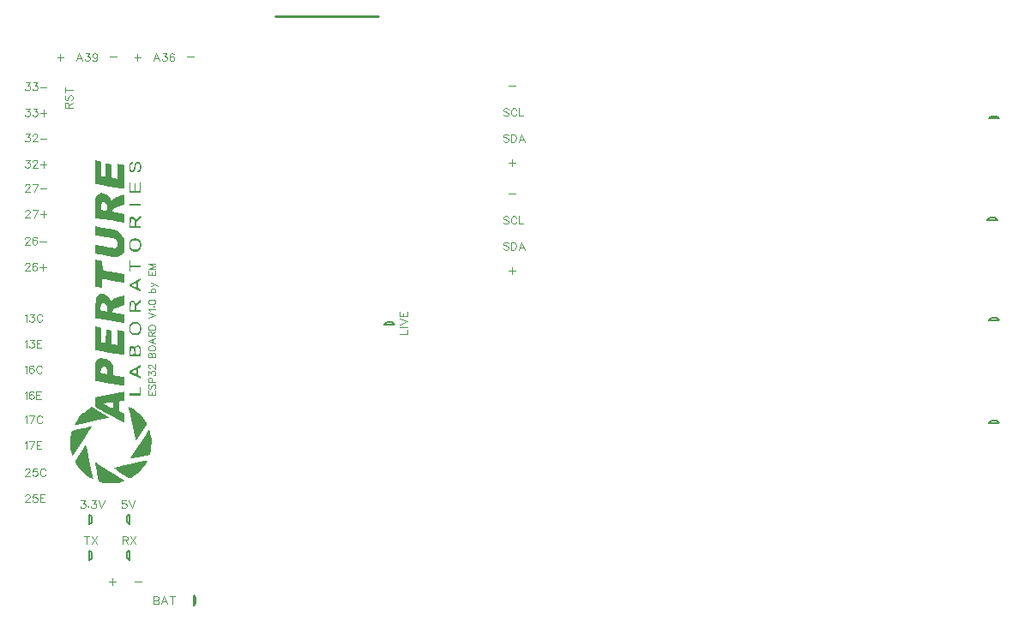
<source format=gto>
G04 Layer: TopSilkscreenLayer*
G04 EasyEDA v6.5.39, 2024-01-10 14:41:16*
G04 52a2ae1d1fff4fd0b89a8512cd0fdb0d,3d9c8b04885e45b7839bd8e85c0fd600,10*
G04 Gerber Generator version 0.2*
G04 Scale: 100 percent, Rotated: No, Reflected: No *
G04 Dimensions in millimeters *
G04 leading zeros omitted , absolute positions ,4 integer and 5 decimal *
%FSLAX45Y45*%
%MOMM*%

%ADD10C,0.1000*%
%ADD11C,0.1501*%
%ADD12C,0.2540*%

%LPD*%
G36*
X-3088741Y464616D02*
G01*
X-3088741Y233273D01*
X-3080918Y230733D01*
X-3069894Y228447D01*
X-3022600Y219862D01*
X-2956153Y208330D01*
X-2887675Y196799D01*
X-2834233Y188163D01*
X-2814320Y185318D01*
X-2804160Y185267D01*
X-2804160Y416407D01*
X-2816250Y420878D01*
X-2822549Y422808D01*
X-2830728Y424942D01*
X-2839720Y426872D01*
X-2848457Y428447D01*
X-2868625Y431596D01*
X-2868625Y280720D01*
X-2897327Y285902D01*
X-2913024Y289255D01*
X-2927654Y293370D01*
X-2927654Y426008D01*
X-2953004Y431393D01*
X-2963164Y433324D01*
X-2972104Y434492D01*
X-2978912Y434797D01*
X-2982518Y434238D01*
X-2986735Y431596D01*
X-2986735Y303377D01*
X-2996133Y303479D01*
X-3000756Y303733D01*
X-3006293Y304444D01*
X-3012186Y305511D01*
X-3017621Y306781D01*
X-3029661Y310032D01*
X-3029661Y454050D01*
X-3036417Y456133D01*
X-3040786Y457200D01*
X-3056534Y459993D01*
G37*
G36*
X-2685796Y453745D02*
G01*
X-2693822Y438200D01*
X-2697226Y430428D01*
X-2700528Y420776D01*
X-2703372Y410464D01*
X-2705354Y400710D01*
X-2708859Y378764D01*
X-2723642Y366522D01*
X-2739745Y379882D01*
X-2739745Y421436D01*
X-2718257Y434848D01*
X-2718257Y448360D01*
X-2724962Y448259D01*
X-2729026Y447903D01*
X-2732836Y446785D01*
X-2736291Y445008D01*
X-2739542Y442518D01*
X-2742539Y439318D01*
X-2745282Y435305D01*
X-2747822Y430580D01*
X-2750159Y425094D01*
X-2752598Y417880D01*
X-2754274Y410972D01*
X-2755188Y404266D01*
X-2755290Y397662D01*
X-2754630Y390956D01*
X-2753156Y384048D01*
X-2750921Y376834D01*
X-2747873Y369163D01*
X-2740253Y351739D01*
X-2707894Y351739D01*
X-2701340Y363778D01*
X-2698343Y370586D01*
X-2694940Y380085D01*
X-2691638Y391109D01*
X-2688793Y402336D01*
X-2682748Y428802D01*
X-2663952Y440283D01*
X-2648458Y419455D01*
X-2648458Y383438D01*
X-2661920Y370027D01*
X-2667101Y364388D01*
X-2671368Y359054D01*
X-2674264Y354533D01*
X-2675331Y351485D01*
X-2675331Y346354D01*
X-2668270Y346354D01*
X-2664815Y346913D01*
X-2660548Y348386D01*
X-2656078Y350520D01*
X-2651861Y353212D01*
X-2642514Y360070D01*
X-2632659Y403860D01*
X-2637637Y421233D01*
X-2640076Y428599D01*
X-2643022Y435762D01*
X-2646070Y441909D01*
X-2648915Y446176D01*
X-2655163Y453745D01*
G37*
G36*
X-2648458Y249682D02*
G01*
X-2648458Y163779D01*
X-2691434Y163779D01*
X-2691434Y238963D01*
X-2702153Y238963D01*
X-2702153Y163779D01*
X-2739745Y163779D01*
X-2739745Y244348D01*
X-2750464Y244348D01*
X-2750464Y142341D01*
X-2637739Y142341D01*
X-2637739Y249682D01*
G37*
G36*
X-3035046Y143357D02*
G01*
X-3075330Y122580D01*
X-3088132Y85953D01*
X-3088481Y-23215D01*
X-3035046Y-23215D01*
X-3034893Y21488D01*
X-3021380Y48361D01*
X-2998724Y51612D01*
X-2976016Y22758D01*
X-2976168Y-17221D01*
X-2976727Y-26416D01*
X-2977489Y-32613D01*
X-2978404Y-34848D01*
X-2988106Y-33172D01*
X-3035046Y-23215D01*
X-3088481Y-23215D01*
X-3088741Y-104648D01*
X-3081070Y-104800D01*
X-3069691Y-106426D01*
X-3017774Y-114909D01*
X-2931718Y-129590D01*
X-2861005Y-141224D01*
X-2835503Y-145135D01*
X-2819654Y-147269D01*
X-2816047Y-147574D01*
X-2803753Y-147624D01*
X-2806852Y-64414D01*
X-2922320Y-43891D01*
X-2922320Y-24892D01*
X-2914345Y-16916D01*
X-2912211Y-15138D01*
X-2905506Y-10871D01*
X-2896463Y-6146D01*
X-2886100Y-1574D01*
X-2806852Y28244D01*
X-2805023Y78587D01*
X-2804871Y94589D01*
X-2805125Y107746D01*
X-2805887Y116535D01*
X-2806344Y118770D01*
X-2809036Y125730D01*
X-2854350Y110286D01*
X-2869692Y104698D01*
X-2882849Y99415D01*
X-2894025Y94437D01*
X-2903321Y89560D01*
X-2910992Y84785D01*
X-2917088Y80010D01*
X-2919628Y77622D01*
X-2921812Y75184D01*
X-2931109Y62128D01*
X-2949702Y104241D01*
X-2980740Y130352D01*
G37*
G36*
X-2750464Y34950D02*
G01*
X-2750464Y18846D01*
X-2637739Y18846D01*
X-2637739Y34950D01*
G37*
G36*
X-2640431Y-82092D02*
G01*
X-2691434Y-127050D01*
X-2691434Y-119380D01*
X-2692196Y-115671D01*
X-2694330Y-111353D01*
X-2697429Y-106883D01*
X-2701239Y-102819D01*
X-2711043Y-93929D01*
X-2739390Y-93929D01*
X-2750464Y-114706D01*
X-2750464Y-185216D01*
X-2740253Y-185216D01*
X-2737053Y-119227D01*
X-2717647Y-107340D01*
X-2702153Y-128219D01*
X-2702153Y-185216D01*
X-2750464Y-185216D01*
X-2750464Y-201320D01*
X-2637739Y-201320D01*
X-2637739Y-185216D01*
X-2686050Y-185216D01*
X-2686050Y-143357D01*
X-2636520Y-101549D01*
G37*
G36*
X-3088741Y-184454D02*
G01*
X-3088741Y-271424D01*
X-3080410Y-274320D01*
X-3061106Y-278180D01*
X-3026613Y-284378D01*
X-2986481Y-291236D01*
X-2954680Y-297027D01*
X-2927197Y-302514D01*
X-2907334Y-307086D01*
X-2901188Y-308813D01*
X-2884220Y-315569D01*
X-2868625Y-345744D01*
X-2868625Y-378510D01*
X-2891332Y-401218D01*
X-2929229Y-396951D01*
X-2955594Y-393141D01*
X-2987446Y-387858D01*
X-3018282Y-382117D01*
X-3046171Y-377190D01*
X-3067761Y-373989D01*
X-3074517Y-373227D01*
X-3088741Y-373126D01*
X-3088741Y-459028D01*
X-3080461Y-459181D01*
X-3062224Y-461873D01*
X-3029864Y-467258D01*
X-2925013Y-485698D01*
X-2868269Y-485901D01*
X-2832608Y-470966D01*
X-2806852Y-434848D01*
X-2806852Y-306019D01*
X-2818333Y-285394D01*
X-2824276Y-276707D01*
X-2831490Y-267411D01*
X-2839161Y-258571D01*
X-2860446Y-237134D01*
X-2903524Y-218389D01*
X-3011830Y-199898D01*
X-3064814Y-190296D01*
X-3077972Y-187604D01*
G37*
G36*
X-2703372Y-301904D02*
G01*
X-2740355Y-319532D01*
X-2755849Y-356666D01*
X-2755646Y-371602D01*
X-2754985Y-378764D01*
X-2753309Y-387197D01*
X-2751820Y-392582D01*
X-2739745Y-392582D01*
X-2739745Y-349656D01*
X-2716428Y-324815D01*
X-2670708Y-324815D01*
X-2648458Y-353110D01*
X-2648458Y-387807D01*
X-2670708Y-416102D01*
X-2717850Y-416102D01*
X-2739745Y-392582D01*
X-2751820Y-392582D01*
X-2750921Y-395833D01*
X-2747975Y-403656D01*
X-2740558Y-420776D01*
X-2708046Y-437540D01*
X-2676144Y-437540D01*
X-2643327Y-409905D01*
X-2632608Y-370078D01*
X-2643632Y-330098D01*
X-2666441Y-308813D01*
G37*
G36*
X-3088741Y-518769D02*
G01*
X-3088741Y-784504D01*
X-3056382Y-789838D01*
X-3043631Y-791718D01*
X-3032810Y-792886D01*
X-3025038Y-793242D01*
X-3021482Y-792683D01*
X-3020974Y-791311D01*
X-3020060Y-784047D01*
X-3019399Y-771956D01*
X-3018993Y-756513D01*
X-3018942Y-705815D01*
X-3005175Y-709066D01*
X-2990138Y-712012D01*
X-2922473Y-724154D01*
X-2813202Y-743153D01*
X-2804160Y-737616D01*
X-2804160Y-658469D01*
X-2843631Y-650748D01*
X-2890926Y-642264D01*
X-2951175Y-631850D01*
X-3001416Y-622858D01*
X-3018536Y-619353D01*
X-3021634Y-532282D01*
X-3041853Y-527100D01*
X-3059734Y-523493D01*
G37*
G36*
X-2750464Y-523443D02*
G01*
X-2750464Y-636219D01*
X-2739745Y-636219D01*
X-2739745Y-587908D01*
X-2637739Y-587908D01*
X-2637739Y-571804D01*
X-2739745Y-571804D01*
X-2739745Y-523443D01*
G37*
G36*
X-2637739Y-700684D02*
G01*
X-2750464Y-756767D01*
X-2750464Y-765962D01*
X-2731668Y-765962D01*
X-2728976Y-764235D01*
X-2716174Y-757732D01*
X-2686050Y-744118D01*
X-2686050Y-786536D01*
X-2691231Y-786536D01*
X-2695498Y-785774D01*
X-2701493Y-783742D01*
X-2708452Y-780796D01*
X-2715666Y-777290D01*
X-2722321Y-773734D01*
X-2727706Y-770382D01*
X-2731109Y-767638D01*
X-2731668Y-765962D01*
X-2750464Y-765962D01*
X-2750464Y-778713D01*
X-2668828Y-816508D01*
X-2642209Y-828598D01*
X-2637739Y-830427D01*
X-2637739Y-809091D01*
X-2669946Y-797864D01*
X-2669946Y-733907D01*
X-2637739Y-722680D01*
G37*
G36*
X-3050997Y-856335D02*
G01*
X-3086049Y-887679D01*
X-3088212Y-1016304D01*
X-3036316Y-1016304D01*
X-3031337Y-956767D01*
X-3016808Y-946302D01*
X-3012795Y-944118D01*
X-3009290Y-943000D01*
X-3005937Y-943051D01*
X-3002483Y-944270D01*
X-2998724Y-946708D01*
X-2994355Y-950417D01*
X-2976016Y-968603D01*
X-2976016Y-1029360D01*
X-3004718Y-1024178D01*
X-3020822Y-1020673D01*
X-3036316Y-1016304D01*
X-3088212Y-1016304D01*
X-3089554Y-1097991D01*
X-3084525Y-1098092D01*
X-3059633Y-1102106D01*
X-3006953Y-1111199D01*
X-2812237Y-1145438D01*
X-2803652Y-1137208D01*
X-2806852Y-1058316D01*
X-2874314Y-1046378D01*
X-2894787Y-1042416D01*
X-2910738Y-1038961D01*
X-2920187Y-1036472D01*
X-2921914Y-1035710D01*
X-2922371Y-1033526D01*
X-2921508Y-1029563D01*
X-2919577Y-1024382D01*
X-2916682Y-1018641D01*
X-2908655Y-1004366D01*
X-2806852Y-966012D01*
X-2803753Y-872439D01*
X-2810662Y-872439D01*
X-2816606Y-873556D01*
X-2827731Y-876503D01*
X-2842412Y-880922D01*
X-2859074Y-886256D01*
X-2900527Y-900074D01*
X-2931363Y-928878D01*
X-2959709Y-878128D01*
X-3002432Y-856335D01*
G37*
G36*
X-2637739Y-909066D02*
G01*
X-2689098Y-952042D01*
X-2707030Y-920800D01*
X-2732735Y-920800D01*
X-2750464Y-940409D01*
X-2750464Y-1012037D01*
X-2739745Y-1012037D01*
X-2739745Y-985672D01*
X-2739491Y-974750D01*
X-2738780Y-964488D01*
X-2737764Y-956157D01*
X-2736494Y-950772D01*
X-2733243Y-942238D01*
X-2708706Y-942238D01*
X-2705404Y-950772D01*
X-2704185Y-956157D01*
X-2703118Y-964488D01*
X-2702407Y-974750D01*
X-2702153Y-985672D01*
X-2702153Y-1012037D01*
X-2750464Y-1012037D01*
X-2750464Y-1033526D01*
X-2637739Y-1033526D01*
X-2637739Y-1012037D01*
X-2686050Y-1012037D01*
X-2686050Y-974496D01*
X-2675686Y-964082D01*
X-2670556Y-959358D01*
X-2664307Y-954125D01*
X-2657703Y-948994D01*
X-2651506Y-944676D01*
X-2637739Y-935634D01*
G37*
G36*
X-2715869Y-1135532D02*
G01*
X-2740863Y-1153058D01*
X-2748381Y-1170990D01*
X-2751429Y-1179017D01*
X-2753563Y-1186535D01*
X-2754833Y-1193749D01*
X-2755239Y-1200759D01*
X-2754782Y-1207770D01*
X-2753461Y-1214882D01*
X-2751838Y-1220266D01*
X-2739745Y-1220266D01*
X-2739745Y-1179677D01*
X-2719222Y-1154328D01*
X-2668981Y-1154328D01*
X-2648458Y-1179677D01*
X-2648712Y-1218793D01*
X-2669336Y-1245616D01*
X-2719222Y-1245616D01*
X-2739745Y-1220266D01*
X-2751838Y-1220266D01*
X-2751226Y-1222298D01*
X-2748127Y-1230172D01*
X-2740863Y-1246936D01*
X-2715869Y-1264412D01*
X-2671419Y-1264412D01*
X-2643378Y-1242364D01*
X-2631948Y-1199997D01*
X-2643378Y-1157579D01*
X-2671419Y-1135532D01*
G37*
G36*
X-3088741Y-1178356D02*
G01*
X-3088741Y-1409700D01*
X-3081020Y-1412392D01*
X-3070199Y-1414627D01*
X-3023108Y-1423162D01*
X-2956509Y-1434693D01*
X-2879750Y-1447495D01*
X-2829052Y-1455572D01*
X-2812694Y-1457706D01*
X-2803956Y-1457706D01*
X-2806852Y-1224889D01*
X-2826867Y-1219758D01*
X-2843326Y-1216050D01*
X-2868625Y-1210970D01*
X-2868625Y-1361694D01*
X-2904337Y-1356410D01*
X-2913329Y-1354734D01*
X-2920085Y-1353210D01*
X-2923641Y-1351991D01*
X-2927654Y-1349705D01*
X-2927654Y-1216558D01*
X-2956255Y-1211783D01*
X-2971292Y-1209497D01*
X-2984042Y-1208024D01*
X-2987090Y-1339596D01*
X-2996285Y-1339494D01*
X-3000857Y-1339240D01*
X-3012186Y-1337462D01*
X-3017621Y-1336192D01*
X-3029661Y-1332941D01*
X-3029661Y-1188923D01*
X-3036417Y-1186840D01*
X-3040786Y-1185773D01*
X-3056534Y-1182979D01*
G37*
G36*
X-2669895Y-1361846D02*
G01*
X-2673959Y-1362608D01*
X-2678277Y-1364843D01*
X-2683052Y-1368602D01*
X-2688640Y-1373886D01*
X-2701493Y-1386738D01*
X-2707182Y-1371803D01*
X-2739390Y-1371803D01*
X-2750464Y-1392580D01*
X-2750464Y-1453032D01*
X-2740355Y-1453032D01*
X-2737053Y-1397050D01*
X-2718562Y-1385468D01*
X-2705557Y-1398473D01*
X-2704878Y-1447292D01*
X-2691434Y-1447292D01*
X-2691434Y-1403299D01*
X-2680309Y-1382522D01*
X-2659583Y-1382522D01*
X-2647899Y-1404416D01*
X-2651150Y-1449628D01*
X-2663647Y-1451406D01*
X-2669082Y-1451864D01*
X-2674670Y-1451813D01*
X-2679801Y-1451254D01*
X-2683764Y-1450238D01*
X-2691434Y-1447292D01*
X-2704878Y-1447292D01*
X-2704846Y-1449628D01*
X-2740355Y-1453032D01*
X-2750464Y-1453032D01*
X-2750464Y-1468424D01*
X-2637739Y-1468424D01*
X-2637739Y-1387398D01*
X-2650896Y-1374241D01*
X-2656586Y-1368856D01*
X-2661462Y-1364996D01*
X-2665831Y-1362659D01*
G37*
G36*
X-3043123Y-1489405D02*
G01*
X-3069945Y-1503476D01*
X-3088741Y-1540916D01*
X-3088741Y-1633524D01*
X-3036214Y-1633524D01*
X-3032709Y-1611680D01*
X-3030880Y-1602587D01*
X-3028543Y-1594154D01*
X-3025952Y-1587246D01*
X-3023412Y-1582826D01*
X-3017621Y-1575816D01*
X-2992882Y-1575816D01*
X-2970631Y-1604111D01*
X-2970631Y-1646986D01*
X-2998520Y-1643329D01*
X-3009696Y-1641652D01*
X-3019653Y-1639824D01*
X-3027172Y-1638046D01*
X-3031286Y-1636572D01*
X-3036214Y-1633524D01*
X-3088741Y-1633524D01*
X-3088741Y-1715211D01*
X-3067202Y-1719834D01*
X-3019450Y-1728470D01*
X-2935681Y-1742693D01*
X-2871520Y-1753158D01*
X-2824429Y-1760118D01*
X-2806852Y-1761083D01*
X-2803753Y-1678686D01*
X-2879293Y-1664157D01*
X-2908858Y-1658721D01*
X-2915208Y-1566367D01*
X-2936697Y-1524812D01*
X-2979724Y-1494434D01*
G37*
G36*
X-2637739Y-1559458D02*
G01*
X-2656332Y-1568907D01*
X-2683103Y-1581810D01*
X-2750464Y-1613306D01*
X-2750339Y-1628190D01*
X-2735173Y-1628190D01*
X-2730754Y-1623974D01*
X-2727452Y-1621688D01*
X-2721711Y-1618589D01*
X-2714345Y-1615033D01*
X-2706217Y-1611477D01*
X-2686050Y-1603197D01*
X-2686050Y-1646783D01*
X-2700324Y-1641043D01*
X-2735173Y-1628190D01*
X-2750339Y-1628190D01*
X-2750261Y-1637588D01*
X-2637739Y-1688439D01*
X-2637739Y-1668424D01*
X-2669946Y-1655064D01*
X-2669946Y-1593240D01*
X-2637739Y-1579880D01*
G37*
G36*
X-2648458Y-1774494D02*
G01*
X-2648458Y-1838909D01*
X-2750464Y-1838909D01*
X-2750464Y-1860397D01*
X-2637739Y-1860397D01*
X-2637739Y-1774494D01*
G37*
G36*
X-2811068Y-1822805D02*
G01*
X-2818892Y-1823923D01*
X-2836113Y-1826971D01*
X-2891282Y-1837588D01*
X-3088741Y-1877263D01*
X-3088741Y-1940306D01*
X-3008223Y-1940306D01*
X-3008223Y-1936800D01*
X-2964484Y-1932381D01*
X-2937764Y-1928977D01*
X-2928975Y-1927453D01*
X-2916936Y-1924100D01*
X-2916936Y-1984756D01*
X-2926537Y-1981098D01*
X-2938424Y-1975967D01*
X-2952191Y-1969719D01*
X-2980639Y-1955952D01*
X-2992882Y-1949653D01*
X-3002229Y-1944522D01*
X-3007512Y-1941118D01*
X-3008223Y-1940306D01*
X-3088741Y-1940306D01*
X-3088741Y-1972665D01*
X-3044139Y-1998116D01*
X-2989326Y-2028494D01*
X-2920542Y-2065832D01*
X-2864510Y-2095703D01*
X-2824022Y-2116734D01*
X-2812846Y-2122170D01*
X-2809443Y-2123490D01*
X-2803753Y-2123490D01*
X-2806852Y-2040432D01*
X-2852521Y-2015286D01*
X-2852521Y-1919681D01*
X-2834894Y-1915972D01*
X-2822702Y-1913737D01*
X-2806852Y-1911299D01*
X-2803753Y-1822805D01*
G37*
G36*
X-2761234Y-1966620D02*
G01*
X-2760573Y-1975408D01*
X-2757881Y-1990140D01*
X-2752699Y-2015134D01*
X-2700629Y-2252726D01*
X-2694076Y-2280818D01*
X-2689961Y-2296922D01*
X-2689047Y-2299462D01*
X-2688539Y-2299309D01*
X-2686100Y-2296617D01*
X-2681782Y-2291181D01*
X-2668574Y-2273096D01*
X-2650794Y-2247392D01*
X-2584043Y-2147722D01*
X-2584043Y-2130552D01*
X-2636774Y-2055418D01*
X-2667203Y-2028748D01*
X-2678836Y-2019300D01*
X-2691587Y-2009495D01*
X-2704896Y-1999792D01*
X-2718003Y-1990648D01*
X-2730296Y-1982520D01*
X-2741015Y-1975916D01*
X-2749550Y-1971293D01*
X-2752750Y-1969871D01*
G37*
G36*
X-3125520Y-1972310D02*
G01*
X-3158236Y-1993392D01*
X-3167430Y-1999843D01*
X-3177438Y-2007209D01*
X-3192729Y-2019147D01*
X-3202279Y-2027072D01*
X-3210763Y-2034438D01*
X-3238804Y-2059787D01*
X-3272028Y-2109571D01*
X-3281883Y-2124913D01*
X-3288334Y-2136089D01*
X-3290366Y-2140305D01*
X-3291687Y-2143658D01*
X-3292246Y-2146249D01*
X-3292144Y-2148128D01*
X-3291382Y-2149398D01*
X-3290011Y-2150110D01*
X-3287014Y-2150262D01*
X-3276447Y-2148484D01*
X-3229813Y-2139137D01*
X-3160623Y-2124405D01*
X-3094024Y-2109927D01*
X-3016046Y-2093518D01*
X-2995828Y-2088997D01*
X-2979369Y-2084933D01*
X-2968752Y-2081885D01*
X-2966212Y-2080869D01*
X-2959100Y-2076957D01*
X-3058668Y-2012289D01*
X-3085846Y-1994966D01*
X-3106470Y-1982114D01*
X-3117799Y-1975357D01*
G37*
G36*
X-3128416Y-2168550D02*
G01*
X-3140659Y-2170328D01*
X-3196437Y-2180742D01*
X-3265373Y-2194560D01*
X-3294024Y-2200605D01*
X-3313023Y-2204923D01*
X-3318408Y-2206498D01*
X-3319576Y-2209952D01*
X-3324555Y-2230374D01*
X-3335528Y-2281885D01*
X-3334867Y-2378506D01*
X-3325825Y-2420010D01*
X-3322523Y-2432964D01*
X-3319373Y-2443429D01*
X-3316732Y-2450134D01*
X-3315766Y-2451658D01*
X-3311550Y-2455824D01*
X-3194354Y-2274773D01*
X-3157626Y-2218588D01*
X-3140557Y-2191766D01*
X-3134258Y-2181402D01*
X-3129889Y-2173732D01*
X-3127806Y-2169363D01*
X-3127705Y-2168601D01*
G37*
G36*
X-2561640Y-2197404D02*
G01*
X-2594102Y-2248357D01*
X-2730703Y-2459177D01*
X-2741218Y-2475738D01*
X-2745740Y-2483205D01*
X-2739339Y-2483104D01*
X-2726740Y-2480919D01*
X-2672892Y-2470505D01*
X-2579319Y-2451455D01*
X-2552293Y-2445562D01*
X-2540609Y-2405380D01*
X-2534615Y-2287219D01*
X-2544978Y-2239213D01*
X-2548737Y-2224176D01*
X-2552395Y-2212035D01*
X-2555494Y-2204212D01*
X-2556662Y-2202434D01*
G37*
G36*
X-3183280Y-2347112D02*
G01*
X-3287420Y-2504744D01*
X-3287268Y-2523490D01*
X-3257600Y-2563317D01*
X-3249117Y-2573934D01*
X-3239871Y-2584958D01*
X-3230270Y-2595829D01*
X-3220821Y-2605989D01*
X-3212134Y-2614777D01*
X-3202178Y-2624023D01*
X-3189427Y-2634843D01*
X-3176270Y-2645206D01*
X-3163112Y-2654808D01*
X-3150412Y-2663393D01*
X-3138728Y-2670606D01*
X-3128416Y-2676245D01*
X-3123946Y-2678379D01*
X-3119983Y-2680004D01*
X-3116630Y-2681071D01*
X-3113887Y-2681579D01*
X-3111906Y-2681427D01*
X-3110636Y-2680614D01*
X-3110230Y-2679141D01*
X-3114344Y-2658618D01*
X-3139033Y-2543505D01*
X-3170580Y-2399588D01*
X-3178200Y-2366010D01*
G37*
G36*
X-2575915Y-2500680D02*
G01*
X-2583434Y-2501747D01*
X-2599232Y-2504643D01*
X-2649728Y-2514803D01*
X-2716072Y-2528620D01*
X-2803753Y-2547366D01*
X-2863799Y-2560624D01*
X-2902559Y-2569667D01*
X-2909265Y-2571445D01*
X-2910890Y-2572105D01*
X-2910687Y-2572562D01*
X-2907944Y-2574950D01*
X-2894228Y-2585059D01*
X-2871673Y-2600655D01*
X-2842717Y-2620010D01*
X-2756712Y-2676499D01*
X-2748838Y-2676499D01*
X-2746603Y-2676093D01*
X-2738983Y-2672892D01*
X-2728315Y-2667152D01*
X-2715768Y-2659583D01*
X-2677515Y-2634132D01*
X-2642768Y-2597607D01*
X-2633116Y-2586532D01*
X-2623058Y-2574188D01*
X-2612948Y-2561234D01*
X-2603296Y-2548128D01*
X-2594406Y-2535529D01*
X-2586736Y-2523998D01*
X-2580690Y-2514193D01*
X-2578404Y-2510078D01*
X-2575610Y-2503830D01*
X-2575204Y-2501849D01*
X-2575509Y-2500731D01*
G37*
G36*
X-3094126Y-2514904D02*
G01*
X-3093313Y-2526385D01*
X-3090621Y-2542235D01*
X-3085541Y-2567940D01*
X-3063748Y-2670403D01*
X-3055823Y-2708503D01*
X-3010916Y-2721660D01*
X-2865932Y-2722168D01*
X-2837738Y-2714904D01*
X-2826613Y-2711805D01*
X-2817164Y-2708706D01*
X-2810357Y-2706014D01*
X-2807309Y-2704033D01*
X-2805074Y-2700426D01*
X-3046831Y-2544724D01*
X-3086150Y-2519578D01*
G37*
D10*
X-3390900Y982982D02*
G01*
X-3314445Y982982D01*
X-3390900Y982982D02*
G01*
X-3390900Y1015748D01*
X-3387089Y1026670D01*
X-3383534Y1030226D01*
X-3376421Y1033782D01*
X-3369055Y1033782D01*
X-3361689Y1030226D01*
X-3358134Y1026670D01*
X-3354578Y1015748D01*
X-3354578Y982982D01*
X-3354578Y1008382D02*
G01*
X-3314445Y1033782D01*
X-3379978Y1108712D02*
G01*
X-3387089Y1101600D01*
X-3390900Y1090678D01*
X-3390900Y1075946D01*
X-3387089Y1065278D01*
X-3379978Y1057912D01*
X-3372612Y1057912D01*
X-3365500Y1061468D01*
X-3361689Y1065278D01*
X-3358134Y1072390D01*
X-3350768Y1094234D01*
X-3347212Y1101600D01*
X-3343655Y1105156D01*
X-3336289Y1108712D01*
X-3325368Y1108712D01*
X-3318002Y1101600D01*
X-3314445Y1090678D01*
X-3314445Y1075946D01*
X-3318002Y1065278D01*
X-3325368Y1057912D01*
X-3390900Y1158242D02*
G01*
X-3314445Y1158242D01*
X-3390900Y1132842D02*
G01*
X-3390900Y1183642D01*
X-3434334Y1518411D02*
G01*
X-3434334Y1452879D01*
X-3467100Y1485645D02*
G01*
X-3401568Y1485645D01*
X-3247389Y1524507D02*
G01*
X-3276600Y1448053D01*
X-3247389Y1524507D02*
G01*
X-3218434Y1448053D01*
X-3265678Y1473453D02*
G01*
X-3229355Y1473453D01*
X-3187192Y1524507D02*
G01*
X-3147060Y1524507D01*
X-3168904Y1495297D01*
X-3157981Y1495297D01*
X-3150870Y1491742D01*
X-3147060Y1488185D01*
X-3143504Y1477263D01*
X-3143504Y1469897D01*
X-3147060Y1458976D01*
X-3154426Y1451610D01*
X-3165347Y1448053D01*
X-3176270Y1448053D01*
X-3187192Y1451610D01*
X-3190747Y1455419D01*
X-3194304Y1462531D01*
X-3072129Y1499107D02*
G01*
X-3075939Y1488185D01*
X-3083052Y1480819D01*
X-3093973Y1477263D01*
X-3097784Y1477263D01*
X-3108705Y1480819D01*
X-3115818Y1488185D01*
X-3119628Y1499107D01*
X-3119628Y1502663D01*
X-3115818Y1513585D01*
X-3108705Y1520697D01*
X-3097784Y1524507D01*
X-3093973Y1524507D01*
X-3083052Y1520697D01*
X-3075939Y1513585D01*
X-3072129Y1499107D01*
X-3072129Y1480819D01*
X-3075939Y1462531D01*
X-3083052Y1451610D01*
X-3093973Y1448053D01*
X-3101339Y1448053D01*
X-3112262Y1451610D01*
X-3115818Y1458976D01*
X-2672334Y1513588D02*
G01*
X-2672334Y1448056D01*
X-2705100Y1480822D02*
G01*
X-2639568Y1480822D01*
X-2946400Y1493519D02*
G01*
X-2880868Y1493519D01*
X-2485389Y1524507D02*
G01*
X-2514600Y1448053D01*
X-2485389Y1524507D02*
G01*
X-2456434Y1448053D01*
X-2503678Y1473453D02*
G01*
X-2467355Y1473453D01*
X-2425192Y1524507D02*
G01*
X-2385060Y1524507D01*
X-2406904Y1495297D01*
X-2395981Y1495297D01*
X-2388870Y1491742D01*
X-2385060Y1488185D01*
X-2381504Y1477263D01*
X-2381504Y1469897D01*
X-2385060Y1458976D01*
X-2392426Y1451610D01*
X-2403347Y1448053D01*
X-2414270Y1448053D01*
X-2425192Y1451610D01*
X-2428747Y1455419D01*
X-2432304Y1462531D01*
X-2313939Y1513585D02*
G01*
X-2317495Y1520697D01*
X-2328418Y1524507D01*
X-2335784Y1524507D01*
X-2346705Y1520697D01*
X-2353818Y1510029D01*
X-2357628Y1491742D01*
X-2357628Y1473453D01*
X-2353818Y1458976D01*
X-2346705Y1451610D01*
X-2335784Y1448053D01*
X-2331973Y1448053D01*
X-2321052Y1451610D01*
X-2313939Y1458976D01*
X-2310129Y1469897D01*
X-2310129Y1473453D01*
X-2313939Y1484376D01*
X-2321052Y1491742D01*
X-2331973Y1495297D01*
X-2335784Y1495297D01*
X-2346705Y1491742D01*
X-2353818Y1484376D01*
X-2357628Y1473453D01*
X-2184400Y1493519D02*
G01*
X-2118868Y1493519D01*
X-3231134Y-2895092D02*
G01*
X-3191255Y-2895092D01*
X-3213100Y-2924302D01*
X-3202178Y-2924302D01*
X-3194812Y-2927857D01*
X-3191255Y-2931414D01*
X-3187700Y-2942336D01*
X-3187700Y-2949702D01*
X-3191255Y-2960623D01*
X-3198621Y-2967989D01*
X-3209289Y-2971546D01*
X-3220212Y-2971546D01*
X-3231134Y-2967989D01*
X-3234944Y-2964180D01*
X-3238500Y-2957068D01*
X-3160013Y-2953257D02*
G01*
X-3163570Y-2957068D01*
X-3160013Y-2960623D01*
X-3156204Y-2957068D01*
X-3160013Y-2953257D01*
X-3124962Y-2895092D02*
G01*
X-3085084Y-2895092D01*
X-3106928Y-2924302D01*
X-3096005Y-2924302D01*
X-3088639Y-2927857D01*
X-3085084Y-2931414D01*
X-3081528Y-2942336D01*
X-3081528Y-2949702D01*
X-3085084Y-2960623D01*
X-3092195Y-2967989D01*
X-3103118Y-2971546D01*
X-3114039Y-2971546D01*
X-3124962Y-2967989D01*
X-3128771Y-2964180D01*
X-3132328Y-2957068D01*
X-3057397Y-2895092D02*
G01*
X-3028442Y-2971546D01*
X-2999231Y-2895092D02*
G01*
X-3028442Y-2971546D01*
X-2788412Y-2895092D02*
G01*
X-2824734Y-2895092D01*
X-2828544Y-2927857D01*
X-2824734Y-2924302D01*
X-2813812Y-2920492D01*
X-2802889Y-2920492D01*
X-2792221Y-2924302D01*
X-2784855Y-2931414D01*
X-2781300Y-2942336D01*
X-2781300Y-2949702D01*
X-2784855Y-2960623D01*
X-2792221Y-2967989D01*
X-2802889Y-2971546D01*
X-2813812Y-2971546D01*
X-2824734Y-2967989D01*
X-2828544Y-2964180D01*
X-2832100Y-2957068D01*
X-2757170Y-2895092D02*
G01*
X-2728213Y-2971546D01*
X-2699004Y-2895092D02*
G01*
X-2728213Y-2971546D01*
X-3175000Y-3250692D02*
G01*
X-3175000Y-3327146D01*
X-3200400Y-3250692D02*
G01*
X-3149600Y-3250692D01*
X-3125470Y-3250692D02*
G01*
X-3074670Y-3327146D01*
X-3074670Y-3250692D02*
G01*
X-3125470Y-3327146D01*
X-2819400Y-3250692D02*
G01*
X-2819400Y-3327146D01*
X-2819400Y-3250692D02*
G01*
X-2786634Y-3250692D01*
X-2775712Y-3254502D01*
X-2772155Y-3258057D01*
X-2768600Y-3265170D01*
X-2768600Y-3272536D01*
X-2772155Y-3279902D01*
X-2775712Y-3283457D01*
X-2786634Y-3287014D01*
X-2819400Y-3287014D01*
X-2794000Y-3287014D02*
G01*
X-2768600Y-3327146D01*
X-2744470Y-3250692D02*
G01*
X-2693670Y-3327146D01*
X-2693670Y-3250692D02*
G01*
X-2744470Y-3327146D01*
X-2514600Y-3845557D02*
G01*
X-2514600Y-3922011D01*
X-2514600Y-3845557D02*
G01*
X-2481834Y-3845557D01*
X-2470912Y-3849367D01*
X-2467355Y-3852923D01*
X-2463800Y-3860035D01*
X-2463800Y-3867401D01*
X-2467355Y-3874767D01*
X-2470912Y-3878323D01*
X-2481834Y-3881879D01*
X-2514600Y-3881879D02*
G01*
X-2481834Y-3881879D01*
X-2470912Y-3885689D01*
X-2467355Y-3889245D01*
X-2463800Y-3896611D01*
X-2463800Y-3907533D01*
X-2467355Y-3914645D01*
X-2470912Y-3918455D01*
X-2481834Y-3922011D01*
X-2514600Y-3922011D01*
X-2410713Y-3845557D02*
G01*
X-2439670Y-3922011D01*
X-2410713Y-3845557D02*
G01*
X-2381504Y-3922011D01*
X-2428747Y-3896611D02*
G01*
X-2392426Y-3896611D01*
X-2331973Y-3845557D02*
G01*
X-2331973Y-3922011D01*
X-2357628Y-3845557D02*
G01*
X-2306573Y-3845557D01*
X990600Y1201417D02*
G01*
X1056131Y1201417D01*
X990600Y969520D02*
G01*
X983488Y976632D01*
X972565Y980442D01*
X958088Y980442D01*
X947165Y976632D01*
X939800Y969520D01*
X939800Y962154D01*
X943356Y955042D01*
X947165Y951232D01*
X954277Y947676D01*
X976122Y940310D01*
X983488Y936754D01*
X987043Y933198D01*
X990600Y925832D01*
X990600Y914910D01*
X983488Y907544D01*
X972565Y903988D01*
X958088Y903988D01*
X947165Y907544D01*
X939800Y914910D01*
X1069340Y962154D02*
G01*
X1065529Y969520D01*
X1058418Y976632D01*
X1051052Y980442D01*
X1036574Y980442D01*
X1029208Y976632D01*
X1022095Y969520D01*
X1018286Y962154D01*
X1014729Y951232D01*
X1014729Y933198D01*
X1018286Y922276D01*
X1022095Y914910D01*
X1029208Y907544D01*
X1036574Y903988D01*
X1051052Y903988D01*
X1058418Y907544D01*
X1065529Y914910D01*
X1069340Y922276D01*
X1093215Y980442D02*
G01*
X1093215Y903988D01*
X1093215Y903988D02*
G01*
X1136904Y903988D01*
X990600Y713485D02*
G01*
X983488Y720597D01*
X972565Y724407D01*
X958088Y724407D01*
X947165Y720597D01*
X939800Y713485D01*
X939800Y706119D01*
X943356Y699007D01*
X947165Y695197D01*
X954277Y691642D01*
X976122Y684276D01*
X983488Y680719D01*
X987043Y677163D01*
X990600Y669797D01*
X990600Y658876D01*
X983488Y651510D01*
X972565Y647953D01*
X958088Y647953D01*
X947165Y651510D01*
X939800Y658876D01*
X1014729Y724407D02*
G01*
X1014729Y647953D01*
X1014729Y724407D02*
G01*
X1040129Y724407D01*
X1051052Y720597D01*
X1058418Y713485D01*
X1061974Y706119D01*
X1065529Y695197D01*
X1065529Y677163D01*
X1061974Y666242D01*
X1058418Y658876D01*
X1051052Y651510D01*
X1040129Y647953D01*
X1014729Y647953D01*
X1118615Y724407D02*
G01*
X1089659Y647953D01*
X1118615Y724407D02*
G01*
X1147825Y647953D01*
X1100581Y673353D02*
G01*
X1136904Y673353D01*
X1023365Y472188D02*
G01*
X1023365Y406656D01*
X990600Y439422D02*
G01*
X1056131Y439422D01*
X1023365Y-594611D02*
G01*
X1023365Y-660143D01*
X990600Y-627377D02*
G01*
X1056131Y-627377D01*
X990600Y-353314D02*
G01*
X983488Y-346202D01*
X972565Y-342392D01*
X958088Y-342392D01*
X947165Y-346202D01*
X939800Y-353314D01*
X939800Y-360680D01*
X943356Y-367792D01*
X947165Y-371602D01*
X954277Y-375157D01*
X976122Y-382523D01*
X983488Y-386080D01*
X987043Y-389636D01*
X990600Y-397002D01*
X990600Y-407923D01*
X983488Y-415289D01*
X972565Y-418846D01*
X958088Y-418846D01*
X947165Y-415289D01*
X939800Y-407923D01*
X1014729Y-342392D02*
G01*
X1014729Y-418846D01*
X1014729Y-342392D02*
G01*
X1040129Y-342392D01*
X1051052Y-346202D01*
X1058418Y-353314D01*
X1061974Y-360680D01*
X1065529Y-371602D01*
X1065529Y-389636D01*
X1061974Y-400557D01*
X1058418Y-407923D01*
X1051052Y-415289D01*
X1040129Y-418846D01*
X1014729Y-418846D01*
X1118615Y-342392D02*
G01*
X1089659Y-418846D01*
X1118615Y-342392D02*
G01*
X1147825Y-418846D01*
X1100581Y-393446D02*
G01*
X1136904Y-393446D01*
X990600Y-97279D02*
G01*
X983488Y-90167D01*
X972565Y-86357D01*
X958088Y-86357D01*
X947165Y-90167D01*
X939800Y-97279D01*
X939800Y-104645D01*
X943356Y-111757D01*
X947165Y-115567D01*
X954277Y-119123D01*
X976122Y-126489D01*
X983488Y-130045D01*
X987043Y-133601D01*
X990600Y-140967D01*
X990600Y-151889D01*
X983488Y-159255D01*
X972565Y-162811D01*
X958088Y-162811D01*
X947165Y-159255D01*
X939800Y-151889D01*
X1069340Y-104645D02*
G01*
X1065529Y-97279D01*
X1058418Y-90167D01*
X1051052Y-86357D01*
X1036574Y-86357D01*
X1029208Y-90167D01*
X1022095Y-97279D01*
X1018286Y-104645D01*
X1014729Y-115567D01*
X1014729Y-133601D01*
X1018286Y-144523D01*
X1022095Y-151889D01*
X1029208Y-159255D01*
X1036574Y-162811D01*
X1051052Y-162811D01*
X1058418Y-159255D01*
X1065529Y-151889D01*
X1069340Y-144523D01*
X1093215Y-86357D02*
G01*
X1093215Y-162811D01*
X1093215Y-162811D02*
G01*
X1136904Y-162811D01*
X990600Y134617D02*
G01*
X1056131Y134617D01*
X-3777234Y1234442D02*
G01*
X-3737355Y1234442D01*
X-3759200Y1205232D01*
X-3748278Y1205232D01*
X-3740912Y1201676D01*
X-3737355Y1198120D01*
X-3733800Y1187198D01*
X-3733800Y1179832D01*
X-3737355Y1168910D01*
X-3744721Y1161544D01*
X-3755389Y1157988D01*
X-3766312Y1157988D01*
X-3777234Y1161544D01*
X-3781044Y1165354D01*
X-3784600Y1172466D01*
X-3702304Y1234442D02*
G01*
X-3662426Y1234442D01*
X-3684270Y1205232D01*
X-3673347Y1205232D01*
X-3665981Y1201676D01*
X-3662426Y1198120D01*
X-3658870Y1187198D01*
X-3658870Y1179832D01*
X-3662426Y1168910D01*
X-3669792Y1161544D01*
X-3680713Y1157988D01*
X-3691636Y1157988D01*
X-3702304Y1161544D01*
X-3706113Y1165354D01*
X-3709670Y1172466D01*
X-3634739Y1190754D02*
G01*
X-3569207Y1190754D01*
X-3777234Y978407D02*
G01*
X-3737355Y978407D01*
X-3759200Y949197D01*
X-3748278Y949197D01*
X-3740912Y945642D01*
X-3737355Y942085D01*
X-3733800Y931163D01*
X-3733800Y923797D01*
X-3737355Y912876D01*
X-3744721Y905510D01*
X-3755389Y901953D01*
X-3766312Y901953D01*
X-3777234Y905510D01*
X-3781044Y909319D01*
X-3784600Y916431D01*
X-3702304Y978407D02*
G01*
X-3662426Y978407D01*
X-3684270Y949197D01*
X-3673347Y949197D01*
X-3665981Y945642D01*
X-3662426Y942085D01*
X-3658870Y931163D01*
X-3658870Y923797D01*
X-3662426Y912876D01*
X-3669792Y905510D01*
X-3680713Y901953D01*
X-3691636Y901953D01*
X-3702304Y905510D01*
X-3706113Y909319D01*
X-3709670Y916431D01*
X-3601973Y967485D02*
G01*
X-3601973Y901953D01*
X-3634739Y934719D02*
G01*
X-3569207Y934719D01*
X-3777234Y726442D02*
G01*
X-3737355Y726442D01*
X-3759200Y697232D01*
X-3748278Y697232D01*
X-3740912Y693676D01*
X-3737355Y690120D01*
X-3733800Y679198D01*
X-3733800Y671832D01*
X-3737355Y660910D01*
X-3744721Y653544D01*
X-3755389Y649988D01*
X-3766312Y649988D01*
X-3777234Y653544D01*
X-3781044Y657354D01*
X-3784600Y664466D01*
X-3706113Y708154D02*
G01*
X-3706113Y711964D01*
X-3702304Y719076D01*
X-3698747Y722632D01*
X-3691636Y726442D01*
X-3676904Y726442D01*
X-3669792Y722632D01*
X-3665981Y719076D01*
X-3662426Y711964D01*
X-3662426Y704598D01*
X-3665981Y697232D01*
X-3673347Y686310D01*
X-3709670Y649988D01*
X-3658870Y649988D01*
X-3634739Y682754D02*
G01*
X-3569207Y682754D01*
X-3777234Y470410D02*
G01*
X-3737355Y470410D01*
X-3759200Y441200D01*
X-3748278Y441200D01*
X-3740912Y437644D01*
X-3737355Y434088D01*
X-3733800Y423166D01*
X-3733800Y415800D01*
X-3737355Y404878D01*
X-3744721Y397512D01*
X-3755389Y393956D01*
X-3766312Y393956D01*
X-3777234Y397512D01*
X-3781044Y401322D01*
X-3784600Y408434D01*
X-3706113Y452122D02*
G01*
X-3706113Y455932D01*
X-3702304Y463044D01*
X-3698747Y466600D01*
X-3691636Y470410D01*
X-3676904Y470410D01*
X-3669792Y466600D01*
X-3665981Y463044D01*
X-3662426Y455932D01*
X-3662426Y448566D01*
X-3665981Y441200D01*
X-3673347Y430278D01*
X-3709670Y393956D01*
X-3658870Y393956D01*
X-3601973Y459488D02*
G01*
X-3601973Y393956D01*
X-3634739Y426722D02*
G01*
X-3569207Y426722D01*
X-3781044Y212852D02*
G01*
X-3781044Y216661D01*
X-3777234Y223773D01*
X-3773678Y227329D01*
X-3766312Y231139D01*
X-3751834Y231139D01*
X-3744721Y227329D01*
X-3740912Y223773D01*
X-3737355Y216661D01*
X-3737355Y209295D01*
X-3740912Y201929D01*
X-3748278Y191007D01*
X-3784600Y154685D01*
X-3733800Y154685D01*
X-3658870Y231139D02*
G01*
X-3695192Y154685D01*
X-3709670Y231139D02*
G01*
X-3658870Y231139D01*
X-3634739Y187452D02*
G01*
X-3569207Y187452D01*
X-3781044Y-43180D02*
G01*
X-3781044Y-39370D01*
X-3777234Y-32257D01*
X-3773678Y-28702D01*
X-3766312Y-24892D01*
X-3751834Y-24892D01*
X-3744721Y-28702D01*
X-3740912Y-32257D01*
X-3737355Y-39370D01*
X-3737355Y-46736D01*
X-3740912Y-54102D01*
X-3748278Y-65023D01*
X-3784600Y-101346D01*
X-3733800Y-101346D01*
X-3658870Y-24892D02*
G01*
X-3695192Y-101346D01*
X-3709670Y-24892D02*
G01*
X-3658870Y-24892D01*
X-3601973Y-35814D02*
G01*
X-3601973Y-101346D01*
X-3634739Y-68580D02*
G01*
X-3569207Y-68580D01*
X-3781044Y-565912D02*
G01*
X-3781044Y-562102D01*
X-3777234Y-554989D01*
X-3773678Y-551434D01*
X-3766312Y-547623D01*
X-3751834Y-547623D01*
X-3744721Y-551434D01*
X-3740912Y-554989D01*
X-3737355Y-562102D01*
X-3737355Y-569468D01*
X-3740912Y-576834D01*
X-3748278Y-587755D01*
X-3784600Y-624078D01*
X-3733800Y-624078D01*
X-3665981Y-558546D02*
G01*
X-3669792Y-551434D01*
X-3680713Y-547623D01*
X-3687826Y-547623D01*
X-3698747Y-551434D01*
X-3706113Y-562102D01*
X-3709670Y-580389D01*
X-3709670Y-598678D01*
X-3706113Y-613155D01*
X-3698747Y-620522D01*
X-3687826Y-624078D01*
X-3684270Y-624078D01*
X-3673347Y-620522D01*
X-3665981Y-613155D01*
X-3662426Y-602234D01*
X-3662426Y-598678D01*
X-3665981Y-587755D01*
X-3673347Y-580389D01*
X-3684270Y-576834D01*
X-3687826Y-576834D01*
X-3698747Y-580389D01*
X-3706113Y-587755D01*
X-3709670Y-598678D01*
X-3605784Y-558546D02*
G01*
X-3605784Y-624078D01*
X-3638295Y-591312D02*
G01*
X-3573018Y-591312D01*
X-3781044Y-309880D02*
G01*
X-3781044Y-306070D01*
X-3777234Y-298957D01*
X-3773678Y-295402D01*
X-3766312Y-291592D01*
X-3751834Y-291592D01*
X-3744721Y-295402D01*
X-3740912Y-298957D01*
X-3737355Y-306070D01*
X-3737355Y-313436D01*
X-3740912Y-320802D01*
X-3748278Y-331723D01*
X-3784600Y-368046D01*
X-3733800Y-368046D01*
X-3665981Y-302514D02*
G01*
X-3669792Y-295402D01*
X-3680713Y-291592D01*
X-3687826Y-291592D01*
X-3698747Y-295402D01*
X-3706113Y-306070D01*
X-3709670Y-324357D01*
X-3709670Y-342646D01*
X-3706113Y-357123D01*
X-3698747Y-364489D01*
X-3687826Y-368046D01*
X-3684270Y-368046D01*
X-3673347Y-364489D01*
X-3665981Y-357123D01*
X-3662426Y-346202D01*
X-3662426Y-342646D01*
X-3665981Y-331723D01*
X-3673347Y-324357D01*
X-3684270Y-320802D01*
X-3687826Y-320802D01*
X-3698747Y-324357D01*
X-3706113Y-331723D01*
X-3709670Y-342646D01*
X-3638295Y-335280D02*
G01*
X-3573018Y-335280D01*
X-3781044Y-2597912D02*
G01*
X-3781044Y-2594102D01*
X-3777234Y-2586989D01*
X-3773678Y-2583434D01*
X-3766312Y-2579623D01*
X-3751834Y-2579623D01*
X-3744721Y-2583434D01*
X-3740912Y-2586989D01*
X-3737355Y-2594102D01*
X-3737355Y-2601468D01*
X-3740912Y-2608834D01*
X-3748278Y-2619755D01*
X-3784600Y-2656078D01*
X-3733800Y-2656078D01*
X-3665981Y-2579623D02*
G01*
X-3702304Y-2579623D01*
X-3706113Y-2612389D01*
X-3702304Y-2608834D01*
X-3691636Y-2605023D01*
X-3680713Y-2605023D01*
X-3669792Y-2608834D01*
X-3662426Y-2615946D01*
X-3658870Y-2626868D01*
X-3658870Y-2634234D01*
X-3662426Y-2645155D01*
X-3669792Y-2652522D01*
X-3680713Y-2656078D01*
X-3691636Y-2656078D01*
X-3702304Y-2652522D01*
X-3706113Y-2648712D01*
X-3709670Y-2641600D01*
X-3580129Y-2597912D02*
G01*
X-3583939Y-2590546D01*
X-3591052Y-2583434D01*
X-3598418Y-2579623D01*
X-3612895Y-2579623D01*
X-3620262Y-2583434D01*
X-3627628Y-2590546D01*
X-3631184Y-2597912D01*
X-3634739Y-2608834D01*
X-3634739Y-2626868D01*
X-3631184Y-2637789D01*
X-3627628Y-2645155D01*
X-3620262Y-2652522D01*
X-3612895Y-2656078D01*
X-3598418Y-2656078D01*
X-3591052Y-2652522D01*
X-3583939Y-2645155D01*
X-3580129Y-2637789D01*
X-3781044Y-2853944D02*
G01*
X-3781044Y-2850134D01*
X-3777234Y-2843022D01*
X-3773678Y-2839465D01*
X-3766312Y-2835655D01*
X-3751834Y-2835655D01*
X-3744721Y-2839465D01*
X-3740912Y-2843022D01*
X-3737355Y-2850134D01*
X-3737355Y-2857500D01*
X-3740912Y-2864865D01*
X-3748278Y-2875788D01*
X-3784600Y-2912110D01*
X-3733800Y-2912110D01*
X-3665981Y-2835655D02*
G01*
X-3702304Y-2835655D01*
X-3706113Y-2868422D01*
X-3702304Y-2864865D01*
X-3691636Y-2861055D01*
X-3680713Y-2861055D01*
X-3669792Y-2864865D01*
X-3662426Y-2871978D01*
X-3658870Y-2882900D01*
X-3658870Y-2890265D01*
X-3662426Y-2901188D01*
X-3669792Y-2908554D01*
X-3680713Y-2912110D01*
X-3691636Y-2912110D01*
X-3702304Y-2908554D01*
X-3706113Y-2904744D01*
X-3709670Y-2897631D01*
X-3634739Y-2835655D02*
G01*
X-3634739Y-2912110D01*
X-3634739Y-2835655D02*
G01*
X-3587495Y-2835655D01*
X-3634739Y-2871978D02*
G01*
X-3605784Y-2871978D01*
X-3634739Y-2912110D02*
G01*
X-3587495Y-2912110D01*
X-3784600Y-2327402D02*
G01*
X-3777234Y-2323846D01*
X-3766312Y-2312923D01*
X-3766312Y-2389378D01*
X-3691636Y-2312923D02*
G01*
X-3727957Y-2389378D01*
X-3742436Y-2312923D02*
G01*
X-3691636Y-2312923D01*
X-3667505Y-2312923D02*
G01*
X-3667505Y-2389378D01*
X-3667505Y-2312923D02*
G01*
X-3620262Y-2312923D01*
X-3667505Y-2349246D02*
G01*
X-3638295Y-2349246D01*
X-3667505Y-2389378D02*
G01*
X-3620262Y-2389378D01*
X-3784600Y-2071370D02*
G01*
X-3777234Y-2067814D01*
X-3766312Y-2056892D01*
X-3766312Y-2133346D01*
X-3691636Y-2056892D02*
G01*
X-3727957Y-2133346D01*
X-3742436Y-2056892D02*
G01*
X-3691636Y-2056892D01*
X-3612895Y-2075180D02*
G01*
X-3616705Y-2067814D01*
X-3623818Y-2060702D01*
X-3631184Y-2056892D01*
X-3645662Y-2056892D01*
X-3653028Y-2060702D01*
X-3660139Y-2067814D01*
X-3663950Y-2075180D01*
X-3667505Y-2086102D01*
X-3667505Y-2104136D01*
X-3663950Y-2115057D01*
X-3660139Y-2122423D01*
X-3653028Y-2129789D01*
X-3645662Y-2133346D01*
X-3631184Y-2133346D01*
X-3623818Y-2129789D01*
X-3616705Y-2122423D01*
X-3612895Y-2115057D01*
X-3784600Y-1832102D02*
G01*
X-3777234Y-1828546D01*
X-3766312Y-1817623D01*
X-3766312Y-1894078D01*
X-3698747Y-1828546D02*
G01*
X-3702304Y-1821434D01*
X-3713226Y-1817623D01*
X-3720592Y-1817623D01*
X-3731513Y-1821434D01*
X-3738879Y-1832102D01*
X-3742436Y-1850389D01*
X-3742436Y-1868678D01*
X-3738879Y-1883155D01*
X-3731513Y-1890522D01*
X-3720592Y-1894078D01*
X-3717036Y-1894078D01*
X-3706113Y-1890522D01*
X-3698747Y-1883155D01*
X-3695192Y-1872234D01*
X-3695192Y-1868678D01*
X-3698747Y-1857755D01*
X-3706113Y-1850389D01*
X-3717036Y-1846834D01*
X-3720592Y-1846834D01*
X-3731513Y-1850389D01*
X-3738879Y-1857755D01*
X-3742436Y-1868678D01*
X-3671062Y-1817623D02*
G01*
X-3671062Y-1894078D01*
X-3671062Y-1817623D02*
G01*
X-3623818Y-1817623D01*
X-3671062Y-1853946D02*
G01*
X-3642105Y-1853946D01*
X-3671062Y-1894078D02*
G01*
X-3623818Y-1894078D01*
X-3784600Y-1576070D02*
G01*
X-3777234Y-1572514D01*
X-3766312Y-1561592D01*
X-3766312Y-1638046D01*
X-3698747Y-1572514D02*
G01*
X-3702304Y-1565402D01*
X-3713226Y-1561592D01*
X-3720592Y-1561592D01*
X-3731513Y-1565402D01*
X-3738879Y-1576070D01*
X-3742436Y-1594357D01*
X-3742436Y-1612646D01*
X-3738879Y-1627123D01*
X-3731513Y-1634489D01*
X-3720592Y-1638046D01*
X-3717036Y-1638046D01*
X-3706113Y-1634489D01*
X-3698747Y-1627123D01*
X-3695192Y-1616202D01*
X-3695192Y-1612646D01*
X-3698747Y-1601723D01*
X-3706113Y-1594357D01*
X-3717036Y-1590802D01*
X-3720592Y-1590802D01*
X-3731513Y-1594357D01*
X-3738879Y-1601723D01*
X-3742436Y-1612646D01*
X-3616705Y-1579880D02*
G01*
X-3620262Y-1572514D01*
X-3627628Y-1565402D01*
X-3634739Y-1561592D01*
X-3649218Y-1561592D01*
X-3656584Y-1565402D01*
X-3663950Y-1572514D01*
X-3667505Y-1579880D01*
X-3671062Y-1590802D01*
X-3671062Y-1608836D01*
X-3667505Y-1619757D01*
X-3663950Y-1627123D01*
X-3656584Y-1634489D01*
X-3649218Y-1638046D01*
X-3634739Y-1638046D01*
X-3627628Y-1634489D01*
X-3620262Y-1627123D01*
X-3616705Y-1619757D01*
X-3784600Y-1324102D02*
G01*
X-3777234Y-1320546D01*
X-3766312Y-1309623D01*
X-3766312Y-1386078D01*
X-3735070Y-1309623D02*
G01*
X-3695192Y-1309623D01*
X-3717036Y-1338834D01*
X-3706113Y-1338834D01*
X-3698747Y-1342389D01*
X-3695192Y-1345946D01*
X-3691636Y-1356868D01*
X-3691636Y-1364234D01*
X-3695192Y-1375155D01*
X-3702304Y-1382522D01*
X-3713226Y-1386078D01*
X-3724147Y-1386078D01*
X-3735070Y-1382522D01*
X-3738879Y-1378712D01*
X-3742436Y-1371600D01*
X-3667505Y-1309623D02*
G01*
X-3667505Y-1386078D01*
X-3667505Y-1309623D02*
G01*
X-3620262Y-1309623D01*
X-3667505Y-1345946D02*
G01*
X-3638295Y-1345946D01*
X-3667505Y-1386078D02*
G01*
X-3620262Y-1386078D01*
X-3784600Y-1068070D02*
G01*
X-3777234Y-1064514D01*
X-3766312Y-1053592D01*
X-3766312Y-1130046D01*
X-3735070Y-1053592D02*
G01*
X-3695192Y-1053592D01*
X-3717036Y-1082802D01*
X-3706113Y-1082802D01*
X-3698747Y-1086357D01*
X-3695192Y-1089914D01*
X-3691636Y-1100836D01*
X-3691636Y-1108202D01*
X-3695192Y-1119123D01*
X-3702304Y-1126489D01*
X-3713226Y-1130046D01*
X-3724147Y-1130046D01*
X-3735070Y-1126489D01*
X-3738879Y-1122680D01*
X-3742436Y-1115568D01*
X-3612895Y-1071880D02*
G01*
X-3616705Y-1064514D01*
X-3623818Y-1057402D01*
X-3631184Y-1053592D01*
X-3645662Y-1053592D01*
X-3653028Y-1057402D01*
X-3660139Y-1064514D01*
X-3663950Y-1071880D01*
X-3667505Y-1082802D01*
X-3667505Y-1100836D01*
X-3663950Y-1111757D01*
X-3660139Y-1119123D01*
X-3653028Y-1126489D01*
X-3645662Y-1130046D01*
X-3631184Y-1130046D01*
X-3623818Y-1126489D01*
X-3616705Y-1119123D01*
X-3612895Y-1111757D01*
X-88902Y-1249680D02*
G01*
X-12448Y-1249680D01*
X-12448Y-1249680D02*
G01*
X-12448Y-1205992D01*
X-88902Y-1182115D02*
G01*
X-12448Y-1182115D01*
X-88902Y-1157986D02*
G01*
X-12448Y-1129030D01*
X-88902Y-1099820D02*
G01*
X-12448Y-1129030D01*
X-88902Y-1075944D02*
G01*
X-12448Y-1075944D01*
X-88902Y-1075944D02*
G01*
X-88902Y-1028700D01*
X-52580Y-1075944D02*
G01*
X-52580Y-1046734D01*
X-12448Y-1075944D02*
G01*
X-12448Y-1028700D01*
X-2923616Y-3667760D02*
G01*
X-2923616Y-3733292D01*
X-2956382Y-3700526D02*
G01*
X-2890850Y-3700526D01*
X-2702382Y-3700780D02*
G01*
X-2636850Y-3700780D01*
X-2565400Y-1854200D02*
G01*
X-2498597Y-1854200D01*
X-2565400Y-1854200D02*
G01*
X-2565400Y-1812797D01*
X-2533650Y-1854200D02*
G01*
X-2533650Y-1828800D01*
X-2498597Y-1854200D02*
G01*
X-2498597Y-1812797D01*
X-2556002Y-1747265D02*
G01*
X-2562352Y-1753615D01*
X-2565400Y-1763268D01*
X-2565400Y-1775968D01*
X-2562352Y-1785365D01*
X-2556002Y-1791715D01*
X-2549652Y-1791715D01*
X-2543302Y-1788668D01*
X-2540000Y-1785365D01*
X-2536952Y-1779015D01*
X-2530602Y-1759965D01*
X-2527300Y-1753615D01*
X-2523997Y-1750568D01*
X-2517647Y-1747265D01*
X-2508250Y-1747265D01*
X-2501900Y-1753615D01*
X-2498597Y-1763268D01*
X-2498597Y-1775968D01*
X-2501900Y-1785365D01*
X-2508250Y-1791715D01*
X-2565400Y-1726184D02*
G01*
X-2498597Y-1726184D01*
X-2565400Y-1726184D02*
G01*
X-2565400Y-1697736D01*
X-2562352Y-1688084D01*
X-2559050Y-1685036D01*
X-2552700Y-1681734D01*
X-2543302Y-1681734D01*
X-2536952Y-1685036D01*
X-2533650Y-1688084D01*
X-2530602Y-1697736D01*
X-2530602Y-1726184D01*
X-2565400Y-1654302D02*
G01*
X-2565400Y-1619504D01*
X-2540000Y-1638554D01*
X-2540000Y-1628902D01*
X-2536952Y-1622552D01*
X-2533650Y-1619504D01*
X-2523997Y-1616202D01*
X-2517647Y-1616202D01*
X-2508250Y-1619504D01*
X-2501900Y-1625854D01*
X-2498597Y-1635252D01*
X-2498597Y-1644904D01*
X-2501900Y-1654302D01*
X-2504947Y-1657604D01*
X-2511297Y-1660652D01*
X-2549652Y-1592072D02*
G01*
X-2552700Y-1592072D01*
X-2559050Y-1588770D01*
X-2562352Y-1585722D01*
X-2565400Y-1579372D01*
X-2565400Y-1566672D01*
X-2562352Y-1560322D01*
X-2559050Y-1557020D01*
X-2552700Y-1553718D01*
X-2546350Y-1553718D01*
X-2540000Y-1557020D01*
X-2530602Y-1563370D01*
X-2498597Y-1595120D01*
X-2498597Y-1550670D01*
X-2565400Y-1480565D02*
G01*
X-2498597Y-1480565D01*
X-2565400Y-1480565D02*
G01*
X-2565400Y-1452118D01*
X-2562352Y-1442465D01*
X-2559050Y-1439164D01*
X-2552700Y-1436115D01*
X-2546350Y-1436115D01*
X-2540000Y-1439164D01*
X-2536952Y-1442465D01*
X-2533650Y-1452118D01*
X-2533650Y-1480565D02*
G01*
X-2533650Y-1452118D01*
X-2530602Y-1442465D01*
X-2527300Y-1439164D01*
X-2520950Y-1436115D01*
X-2511297Y-1436115D01*
X-2504947Y-1439164D01*
X-2501900Y-1442465D01*
X-2498597Y-1452118D01*
X-2498597Y-1480565D01*
X-2565400Y-1395984D02*
G01*
X-2562352Y-1402334D01*
X-2556002Y-1408684D01*
X-2549652Y-1411986D01*
X-2540000Y-1415034D01*
X-2523997Y-1415034D01*
X-2514600Y-1411986D01*
X-2508250Y-1408684D01*
X-2501900Y-1402334D01*
X-2498597Y-1395984D01*
X-2498597Y-1383284D01*
X-2501900Y-1376934D01*
X-2508250Y-1370584D01*
X-2514600Y-1367281D01*
X-2523997Y-1364234D01*
X-2540000Y-1364234D01*
X-2549652Y-1367281D01*
X-2556002Y-1370584D01*
X-2562352Y-1376934D01*
X-2565400Y-1383284D01*
X-2565400Y-1395984D01*
X-2565400Y-1317752D02*
G01*
X-2498597Y-1343152D01*
X-2565400Y-1317752D02*
G01*
X-2498597Y-1292352D01*
X-2520950Y-1333754D02*
G01*
X-2520950Y-1301750D01*
X-2565400Y-1271270D02*
G01*
X-2498597Y-1271270D01*
X-2565400Y-1271270D02*
G01*
X-2565400Y-1242568D01*
X-2562352Y-1233170D01*
X-2559050Y-1229868D01*
X-2552700Y-1226820D01*
X-2546350Y-1226820D01*
X-2540000Y-1229868D01*
X-2536952Y-1233170D01*
X-2533650Y-1242568D01*
X-2533650Y-1271270D01*
X-2533650Y-1248918D02*
G01*
X-2498597Y-1226820D01*
X-2565400Y-1205738D02*
G01*
X-2498597Y-1205738D01*
X-2565400Y-1205738D02*
G01*
X-2565400Y-1183386D01*
X-2562352Y-1173988D01*
X-2556002Y-1167638D01*
X-2549652Y-1164336D01*
X-2540000Y-1161288D01*
X-2523997Y-1161288D01*
X-2514600Y-1164336D01*
X-2508250Y-1167638D01*
X-2501900Y-1173988D01*
X-2498597Y-1183386D01*
X-2498597Y-1205738D01*
X-2565400Y-1091184D02*
G01*
X-2498597Y-1065784D01*
X-2565400Y-1040384D02*
G01*
X-2498597Y-1065784D01*
X-2552700Y-1019302D02*
G01*
X-2556002Y-1012952D01*
X-2565400Y-1003300D01*
X-2498597Y-1003300D01*
X-2514600Y-979170D02*
G01*
X-2511297Y-982472D01*
X-2508250Y-979170D01*
X-2511297Y-976122D01*
X-2514600Y-979170D01*
X-2565400Y-935989D02*
G01*
X-2562352Y-945388D01*
X-2552700Y-951738D01*
X-2536952Y-955039D01*
X-2527300Y-955039D01*
X-2511297Y-951738D01*
X-2501900Y-945388D01*
X-2498597Y-935989D01*
X-2498597Y-929639D01*
X-2501900Y-919988D01*
X-2511297Y-913638D01*
X-2527300Y-910589D01*
X-2536952Y-910589D01*
X-2552700Y-913638D01*
X-2562352Y-919988D01*
X-2565400Y-929639D01*
X-2565400Y-935989D01*
X-2565400Y-840486D02*
G01*
X-2498597Y-840486D01*
X-2533650Y-840486D02*
G01*
X-2540000Y-834136D01*
X-2543302Y-827786D01*
X-2543302Y-818134D01*
X-2540000Y-811784D01*
X-2533650Y-805434D01*
X-2523997Y-802386D01*
X-2517647Y-802386D01*
X-2508250Y-805434D01*
X-2501900Y-811784D01*
X-2498597Y-818134D01*
X-2498597Y-827786D01*
X-2501900Y-834136D01*
X-2508250Y-840486D01*
X-2543302Y-778002D02*
G01*
X-2498597Y-758952D01*
X-2543302Y-739902D02*
G01*
X-2498597Y-758952D01*
X-2485897Y-765302D01*
X-2479547Y-771652D01*
X-2476500Y-778002D01*
X-2476500Y-781304D01*
X-2565400Y-670052D02*
G01*
X-2498597Y-670052D01*
X-2565400Y-670052D02*
G01*
X-2565400Y-628650D01*
X-2533650Y-670052D02*
G01*
X-2533650Y-644397D01*
X-2498597Y-670052D02*
G01*
X-2498597Y-628650D01*
X-2565400Y-607568D02*
G01*
X-2498597Y-607568D01*
X-2565400Y-607568D02*
G01*
X-2498597Y-582168D01*
X-2565400Y-556768D02*
G01*
X-2498597Y-582168D01*
X-2565400Y-556768D02*
G01*
X-2498597Y-556768D01*
D11*
X-139700Y-1155700D02*
G01*
X-162554Y-1132845D01*
X-210814Y-1132845D01*
X-215894Y-1132845D01*
X-238754Y-1155705D01*
X-142234Y-1155705D01*
X5829300Y878839D02*
G01*
X5806445Y901694D01*
X5758185Y901694D01*
X5753105Y901694D01*
X5730245Y878834D01*
X5826765Y878834D01*
X-2753182Y-3388360D02*
G01*
X-2776037Y-3411214D01*
X-2776037Y-3459474D01*
X-2776037Y-3464554D01*
X-2753177Y-3487414D01*
X-2753177Y-3390894D01*
X-3146882Y-3489960D02*
G01*
X-3124027Y-3467105D01*
X-3124027Y-3418845D01*
X-3124027Y-3413765D01*
X-3146887Y-3390905D01*
X-3146887Y-3487425D01*
X-3146882Y-3134360D02*
G01*
X-3124027Y-3111505D01*
X-3124027Y-3063245D01*
X-3124027Y-3058165D01*
X-3146887Y-3035305D01*
X-3146887Y-3131825D01*
X-2753182Y-3032760D02*
G01*
X-2776037Y-3055614D01*
X-2776037Y-3103874D01*
X-2776037Y-3108954D01*
X-2753177Y-3131814D01*
X-2753177Y-3035294D01*
D12*
X-292582Y1891416D02*
G01*
X-1310673Y1891416D01*
X-1310980Y1891108D01*
D11*
X-2120900Y-3934460D02*
G01*
X-2098045Y-3911605D01*
X-2098045Y-3863345D01*
X-2098045Y-3858265D01*
X-2120905Y-3835405D01*
X-2120905Y-3931925D01*
X5816600Y-124460D02*
G01*
X5793745Y-101605D01*
X5745485Y-101605D01*
X5740405Y-101605D01*
X5717545Y-124465D01*
X5814065Y-124465D01*
X5829300Y-1113962D02*
G01*
X5806445Y-1091107D01*
X5758185Y-1091107D01*
X5753105Y-1091107D01*
X5730245Y-1113967D01*
X5826765Y-1113967D01*
X5829300Y-2131060D02*
G01*
X5806445Y-2108205D01*
X5758185Y-2108205D01*
X5753105Y-2108205D01*
X5730245Y-2131065D01*
X5826765Y-2131065D01*
M02*

</source>
